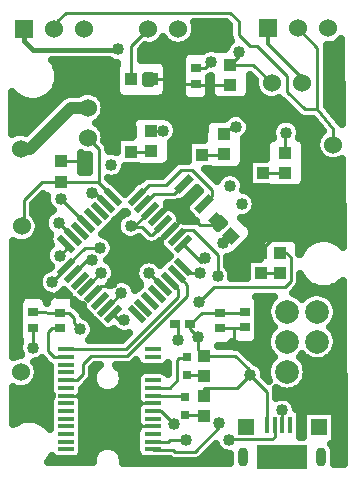
<source format=gbr>
G04 DipTrace 3.3.1.3*
G04 Top.gbr*
%MOIN*%
G04 #@! TF.FileFunction,Copper,L1,Top*
G04 #@! TF.Part,Single*
%AMOUTLINE0*
4,1,4,
-0.016703,-0.030623,
-0.030623,-0.016703,
0.016703,0.030623,
0.030623,0.016703,
-0.016703,-0.030623,
0*%
%AMOUTLINE3*
4,1,4,
-0.030623,0.016703,
-0.016703,0.030623,
0.030623,-0.016703,
0.016703,-0.030623,
-0.030623,0.016703,
0*%
%AMOUTLINE6*
4,1,4,
-0.017717,0.01378,
-0.017717,-0.01378,
0.017717,-0.01378,
0.017717,0.01378,
-0.017717,0.01378,
0*%
%AMOUTLINE7*
4,1,4,
-0.029231,0.001392,
0.001392,-0.029231,
0.029231,-0.001392,
-0.001392,0.029231,
-0.029231,0.001392,
0*%
%AMOUTLINE8*
4,1,4,
0.017717,-0.01378,
0.017717,0.01378,
-0.017717,0.01378,
-0.017717,-0.01378,
0.017717,-0.01378,
0*%
%AMOUTLINE11*
4,1,4,
0.019685,-0.021654,
0.019685,0.021654,
-0.019685,0.021654,
-0.019685,-0.021654,
0.019685,-0.021654,
0*%
%AMOUTLINE12*
4,1,4,
-0.019685,0.021654,
-0.019685,-0.021654,
0.019685,-0.021654,
0.019685,0.021654,
-0.019685,0.021654,
0*%
%AMOUTLINE13*
4,1,4,
0.021654,0.019685,
-0.021654,0.019685,
-0.021654,-0.019685,
0.021654,-0.019685,
0.021654,0.019685,
0*%
%AMOUTLINE14*
4,1,4,
-0.0275,-0.00685,
-0.0275,0.00685,
0.0275,0.00685,
0.0275,-0.00685,
-0.0275,-0.00685,
0*%
%AMOUTLINE17*
4,1,4,
0.033407,0.01392,
0.01392,0.033407,
-0.033407,-0.01392,
-0.01392,-0.033407,
0.033407,0.01392,
0*%
G04 #@! TA.AperFunction,Conductor*
%ADD10C,0.009843*%
%ADD14C,0.011*%
G04 #@! TA.AperFunction,ViaPad*
%ADD15C,0.04*%
G04 #@! TA.AperFunction,Conductor*
%ADD16C,0.015*%
%ADD17C,0.012*%
G04 #@! TA.AperFunction,CopperBalancing*
%ADD18C,0.025*%
G04 #@! TA.AperFunction,ComponentPad*
%ADD19R,0.06X0.06*%
%ADD20C,0.06*%
%ADD30C,0.07874*%
%ADD31R,0.03937X0.043307*%
%ADD33R,0.031496X0.031496*%
%ADD34R,0.035433X0.027559*%
G04 #@! TA.AperFunction,ComponentPad*
%ADD36O,0.035433X0.062992*%
%ADD37R,0.169291X0.07874*%
%ADD38R,0.055118X0.055118*%
%ADD39R,0.015748X0.05315*%
%ADD70OUTLINE0*%
%ADD73OUTLINE3*%
%ADD76OUTLINE6*%
%ADD77OUTLINE7*%
%ADD78OUTLINE8*%
%ADD81OUTLINE11*%
%ADD82OUTLINE12*%
%ADD83OUTLINE13*%
%ADD84OUTLINE14*%
%ADD87OUTLINE17*%
%FSLAX26Y26*%
G04*
G70*
G90*
G75*
G01*
G04 Top*
%LPD*%
X640651Y1065854D2*
D10*
X641894D1*
X691452Y1115411D1*
X704691Y1112682D1*
X1129833Y936987D2*
X1069415D1*
X1030910Y898482D1*
X1129833Y936987D2*
X1210554D1*
X1212776Y939209D1*
X1076382Y793920D2*
X1180881D1*
X1226561Y748241D1*
Y734268D1*
X1231464Y729365D1*
X1075863Y658944D2*
Y685045D1*
X1187144D1*
X1231464Y729365D1*
X507048Y886794D2*
Y820903D1*
X507035Y820890D1*
X896770Y1277428D2*
X841914Y1222574D1*
X869890D1*
X897085Y1195380D1*
X903805D1*
X941312Y1232886D1*
X832856Y1226338D2*
X841914Y1222574D1*
X1348561Y1470280D2*
Y1535717D1*
X1350764Y1537920D1*
X1049109Y1751818D2*
X1080499D1*
X1101957Y1773277D1*
X905586Y610052D2*
X932314D1*
X977624Y564742D1*
X1286440Y563447D2*
Y674389D1*
X1231464Y729365D1*
X1030910Y898482D2*
Y882298D1*
X1057829Y855380D1*
Y812474D1*
X1076382Y793920D1*
X600854Y1374422D2*
D14*
X721826D1*
X726326Y1369922D1*
X774277Y1321970D1*
X726326Y1369922D2*
D10*
Y1483113D1*
X689204Y1520235D1*
X600854Y1374422D2*
X538405D1*
X476128Y1312145D1*
Y1232073D1*
X469140Y1225085D1*
X1167941Y1194590D2*
X1164970D1*
X1141493Y1171112D1*
X734936Y1069873D2*
X733755D1*
X685193Y1021312D1*
X832562Y1473964D2*
X899779D1*
X901371Y1475556D1*
X919040Y1255158D2*
X923025D1*
X966897Y1299029D1*
X1014229D1*
X1047903Y1332704D1*
X1042909D1*
X963582Y1210616D2*
X1013018Y1260052D1*
Y1297818D1*
X1014229Y1299029D1*
X1013018Y1260052D2*
X1033386D1*
X1064279Y1229159D1*
X1107860D1*
X1120616Y1241915D1*
X707464Y999040D2*
Y999284D1*
X734940Y1026760D1*
X759352D1*
X768810Y1036218D1*
X963582Y1210616D2*
X962686D1*
X923182Y1171112D1*
Y1145754D1*
X915378Y1137951D1*
X1129833Y885806D2*
X1177882D1*
X1210554D1*
X1212776Y888028D1*
X1177882Y885806D2*
Y828574D1*
X1177705Y828397D1*
X905586Y558871D2*
X857436D1*
X814690D1*
X782224Y526405D1*
X905586Y635642D2*
X870145D1*
X860833Y626330D1*
Y562267D1*
X857436Y558871D1*
X905586Y763595D2*
X876187D1*
X860833Y748241D1*
Y725115D1*
Y626330D1*
X905586Y738004D2*
X873722D1*
X860833Y725115D1*
X617712Y661233D2*
X736062D1*
X778826Y618469D1*
Y529802D1*
X782224Y526405D1*
X902238Y1715398D2*
X966380D1*
X996968Y1684810D1*
X1049109Y1700637D2*
X1012794D1*
X996968Y1684810D1*
Y1676865D1*
Y1615469D1*
Y1602838D1*
X1069327Y1530478D1*
X996968Y1676865D2*
X1058624Y1615209D1*
X1174280D1*
X1265325Y1524165D1*
Y1469938D1*
X1272150D1*
X996968Y1615469D2*
X862335D1*
X829305Y1582439D1*
Y1544150D1*
X832562Y1540893D1*
X600854Y1441351D2*
X660665D1*
X682342Y1419672D1*
X1267187Y1135835D2*
Y1146717D1*
X1319179Y1198709D1*
X1375234D1*
X1380666Y1204141D1*
X1164420Y1696907D2*
X1052839D1*
X1049109Y1700637D1*
X617712Y789186D2*
X576624D1*
X556205Y809604D1*
Y867642D1*
X557817Y869254D1*
Y871672D1*
X571520Y885376D1*
X597078D1*
X598453Y886751D1*
X466641Y1483336D2*
D15*
X496973D1*
X633872Y1620235D1*
X689204D1*
X618381Y1166073D2*
D10*
Y1149256D1*
X596441Y1127317D1*
X640651Y1188344D2*
X592556Y1236440D1*
X874498Y1299700D2*
X875884D1*
X910289Y1334106D1*
X977497D1*
X1009502Y1366111D1*
X1076315Y1299297D2*
X1103409Y1326390D1*
Y1347759D1*
X1038060Y1413108D1*
X1000997D1*
X950279Y1362390D1*
X892646D1*
X852226Y1321970D1*
X990044Y847927D2*
Y888167D1*
X979729Y898482D1*
X1122222Y1060276D2*
Y1130411D1*
X1041184Y1211449D1*
X1008959D1*
X985854Y1188344D1*
X1272150Y1403008D2*
X1348218D1*
X1348561Y1403351D1*
X507048Y937976D2*
X598453Y937932D1*
X627460D1*
X644204Y921188D1*
Y901682D1*
X663662Y882224D1*
X894247Y1068376D2*
X941312Y1021312D1*
X617712Y814776D2*
X815495D1*
X991172Y990453D1*
Y1015993D1*
X963582Y1043582D1*
X618381Y1088125D2*
Y1092411D1*
X678729Y1152759D1*
X730060D1*
X618381Y1088125D2*
Y1086087D1*
X571569Y1039275D1*
X940961Y1544386D2*
X903272D1*
X901371Y1542485D1*
X1069327Y1463549D2*
X1142586D1*
X1143843Y1464806D1*
X752007Y954498D2*
X753210D1*
X801876Y1003163D1*
X1184077Y1557368D2*
X1169476D1*
X1143843Y1531735D1*
X1329208Y1136371D2*
X1351029D1*
X1366082Y1121318D1*
Y1041886D1*
X1345890Y1021695D1*
X1108970D1*
X1060445Y973170D1*
X810545Y913193D2*
X793312D1*
X774279Y932228D1*
X1267187Y1068906D2*
X1328672D1*
X1329208Y1069441D1*
X617712Y712414D2*
X653569D1*
X673592Y732438D1*
Y766575D1*
X699867Y792850D1*
X819997D1*
X1021731Y994585D1*
Y1029976D1*
X985854Y1065854D1*
X1079697Y1120798D2*
X1066548Y1107650D1*
X1008124Y1166073D1*
X477976Y1881722D2*
D16*
Y1843359D1*
X507641Y1813693D1*
X787340D1*
X789701Y1816054D1*
X1164420Y1763836D2*
D10*
X1241095D1*
X1302691Y1702241D1*
X752007Y1299700D2*
X751721D1*
X721843Y1329578D1*
X709752D1*
X702187Y1337144D1*
X1193529Y1805510D2*
Y1792945D1*
X1164420Y1763836D1*
X1312031Y563447D2*
Y522125D1*
X1304738Y514833D1*
X1160377D1*
X1159645Y514100D1*
X1018216D2*
X963256D1*
X955928Y506772D1*
X906503D1*
X905586Y507690D1*
X1337621Y563447D2*
Y611970D1*
X1128228Y568003D2*
Y555545D1*
X1046888Y474205D1*
X980935D1*
X974340Y480800D1*
X906885D1*
X905586Y482099D1*
Y686823D2*
X962166D1*
X987632Y712289D1*
Y780540D1*
X994250Y787158D1*
X1018032D1*
X1019662Y788788D1*
X905586Y661233D2*
X1009777D1*
X1014566Y656444D1*
X1019662Y729733D2*
X1073641D1*
X1076382Y726991D1*
X1014566Y597389D2*
X1070489D1*
X1075863Y592015D1*
X1064375Y1068170D2*
X1028079D1*
X1008124Y1088125D1*
X1289764Y1884823D2*
D17*
Y1832330D1*
X1419854Y1702241D1*
X1402691D1*
X685193Y1232886D2*
D10*
X684002D1*
X599254Y1317634D1*
X835309Y1715398D2*
Y1827289D1*
X891452Y1883432D1*
X1507031Y1497793D2*
D14*
Y1551121D1*
X1455207Y1615027D1*
Y1819381D1*
X1389764Y1884823D1*
X1455207Y1615027D2*
X1413474D1*
X1354587Y1673914D1*
Y1725250D1*
X1255016Y1824821D1*
X1230233D1*
X1193648Y1861406D1*
Y1908217D1*
X1164779Y1937086D1*
X615830D1*
X588384Y1909640D1*
Y1892130D1*
X577976Y1881722D1*
D15*
X1141493Y1171112D3*
X734936Y1069873D3*
X596441Y1127317D3*
X592556Y1236440D3*
X990044Y847927D3*
X1122222Y1060276D3*
X990044Y847927D3*
X663662Y882224D3*
X894247Y1068376D3*
X730060Y1152759D3*
X571569Y1039275D3*
X940961Y1544386D3*
X801876Y1003163D3*
X1202535Y1299792D3*
X1184077Y1557368D3*
X1060445Y973170D3*
X810545Y913193D3*
X768504Y1430125D3*
X1079697Y1120798D3*
X789701Y1816054D3*
X702187Y1337144D3*
X1193529Y1805510D3*
X1159645Y514100D3*
X1018216D3*
X1337621Y611970D3*
X1128228Y568003D3*
X1064375Y1068170D3*
X599254Y1317634D3*
X768810Y1036218D3*
X915378Y1137951D3*
X1177705Y828397D3*
X1231464Y729365D3*
X782224Y526405D3*
X507035Y820890D3*
X832856Y1226338D3*
X704691Y1112682D3*
X996968Y1684810D3*
X682342Y1419672D3*
X1350764Y1537920D3*
X1101957Y1773277D3*
X1380666Y1204141D3*
X1164016Y1360335D3*
X977624Y564742D3*
X1057829Y855380D3*
X1050450Y1883170D2*
D18*
X1159167D1*
X1044529Y1858301D2*
X1159311D1*
X920227Y1833432D2*
X962665D1*
X1020236D2*
X1153856D1*
X1515725D2*
X1531789D1*
X869235Y1808564D2*
X1017138D1*
X1489709D2*
X1531968D1*
X869235Y1783695D2*
X1001097D1*
X1489709D2*
X1532147D1*
X586898Y1758826D2*
X782204D1*
X955321D2*
X1001097D1*
X1489709D2*
X1532327D1*
X593429Y1733957D2*
X781809D1*
X955752D2*
X1001097D1*
X1489709D2*
X1532506D1*
X592460Y1709088D2*
X781809D1*
X955752D2*
X1001097D1*
X1489709D2*
X1532686D1*
X583669Y1684220D2*
X781809D1*
X955752D2*
X1001097D1*
X1232096D2*
X1246653D1*
X1489709D2*
X1532865D1*
X563430Y1659351D2*
X606264D1*
X732445D2*
X788268D1*
X949293D2*
X1002640D1*
X1228687D2*
X1263411D1*
X1489709D2*
X1533045D1*
X440455Y1634482D2*
X579889D1*
X746368D2*
X1346267D1*
X1489709D2*
X1533224D1*
X440527Y1609613D2*
X555021D1*
X747193D2*
X1371135D1*
X1503273D2*
X1533403D1*
X440598Y1584745D2*
X530117D1*
X735638D2*
X840480D1*
X966553D2*
X1143988D1*
X1224166D2*
X1400668D1*
X440670Y1559876D2*
X505250D1*
X731942D2*
X833698D1*
X987294D2*
X1076382D1*
X1232993D2*
X1307297D1*
X1394257D2*
X1456252D1*
X746224Y1535007D2*
X833698D1*
X988981D2*
X1076167D1*
X1227323D2*
X1301879D1*
X1399675D2*
X1462030D1*
X747301Y1510138D2*
X783890D1*
X974914D2*
X1020654D1*
X1211534D2*
X1285767D1*
X1411373D2*
X1449399D1*
X760147Y1485270D2*
X783890D1*
X969065D2*
X1020654D1*
X1211534D2*
X1280886D1*
X1416254D2*
X1449434D1*
X668535Y1460401D2*
X692422D1*
X969065D2*
X1020654D1*
X1211534D2*
X1280886D1*
X1416254D2*
X1462173D1*
X668535Y1435532D2*
X692422D1*
X1416254D2*
X1534695D1*
X668535Y1410663D2*
X692422D1*
X813220D2*
X951613D1*
X1087411D2*
X1223472D1*
X1416254D2*
X1534875D1*
X785015Y1385794D2*
X869187D1*
X1205398D2*
X1223472D1*
X1416254D2*
X1535054D1*
X789213Y1360926D2*
X837286D1*
X1409292D2*
X1535233D1*
X1038896Y1336057D2*
X1053632D1*
X1234105D2*
X1535413D1*
X522091Y1311188D2*
X550715D1*
X1013525D2*
X1028764D1*
X1250110D2*
X1535592D1*
X510034Y1286319D2*
X562377D1*
X973981D2*
X1013944D1*
X1249536D2*
X1535772D1*
X514879Y1261451D2*
X550858D1*
X998131D2*
X1026862D1*
X1231342D2*
X1535951D1*
X526936Y1236582D2*
X543574D1*
X1120568D2*
X1139359D1*
X1220649D2*
X1536166D1*
X526541Y1211713D2*
X550679D1*
X751320D2*
X786223D1*
X1240672D2*
X1536346D1*
X513228Y1186844D2*
X559076D1*
X764166D2*
X805816D1*
X1234787D2*
X1282681D1*
X1375740D2*
X1536525D1*
X441819Y1161976D2*
X562951D1*
X778125D2*
X928073D1*
X1209991D2*
X1261545D1*
X1396876D2*
X1413658D1*
X441890Y1137107D2*
X548490D1*
X776331D2*
X949998D1*
X1185124D2*
X1261509D1*
X441962Y1112238D2*
X549961D1*
X756595D2*
X876328D1*
X912153D2*
X944939D1*
X1156129D2*
X1218520D1*
X442034Y1087369D2*
X564100D1*
X780493D2*
X849307D1*
X1162517D2*
X1218520D1*
X442141Y1062501D2*
X528790D1*
X783328D2*
X845647D1*
X1171165D2*
X1218520D1*
X442213Y1037632D2*
X522618D1*
X835576D2*
X856879D1*
X1399711D2*
X1415129D1*
X442285Y1012763D2*
X530871D1*
X1383886D2*
X1537781D1*
X442357Y987894D2*
X465669D1*
X1255170D2*
X1305575D1*
X1500438D2*
X1537961D1*
X442429Y963025D2*
X459031D1*
X648870D2*
X670281D1*
X1260767D2*
X1289247D1*
X1517303D2*
X1538140D1*
X442500Y938157D2*
X459031D1*
X1260767D2*
X1285192D1*
X1521645D2*
X1538320D1*
X442572Y913288D2*
X459031D1*
X1260767D2*
X1290934D1*
X1516227D2*
X1538535D1*
X442644Y888419D2*
X459031D1*
X712242D2*
X730782D1*
X1260767D2*
X1304678D1*
X1501981D2*
X1538714D1*
X442716Y863550D2*
X459031D1*
X708725D2*
X817334D1*
X1260767D2*
X1288458D1*
X1518236D2*
X1538894D1*
X442787Y838682D2*
X461579D1*
X1254667D2*
X1284475D1*
X1522256D2*
X1539073D1*
X442859Y813813D2*
X458600D1*
X1207910D2*
X1290252D1*
X1516478D2*
X1539253D1*
X1232778Y788944D2*
X1306544D1*
X1496957D2*
X1539432D1*
X519436Y764075D2*
X555236D1*
X835109D2*
X856412D1*
X1264894D2*
X1289499D1*
X1417258D2*
X1539611D1*
X525500Y739207D2*
X561229D1*
X804356D2*
X858135D1*
X1421708D2*
X1539791D1*
X520010Y714338D2*
X561229D1*
X808376D2*
X849092D1*
X1416433D2*
X1539970D1*
X496793Y689469D2*
X561229D1*
X677506D2*
X713055D1*
X798938D2*
X849092D1*
X1397845D2*
X1540150D1*
X443290Y664600D2*
X566145D1*
X669288D2*
X849092D1*
X1320335D2*
X1540329D1*
X443362Y639731D2*
X561229D1*
X674205D2*
X853506D1*
X1377427D2*
X1540508D1*
X443433Y614863D2*
X561229D1*
X674205D2*
X849092D1*
X1400070D2*
X1540688D1*
X443505Y589994D2*
X561229D1*
X674205D2*
X849092D1*
X1516693D2*
X1540903D1*
X674205Y565125D2*
X852214D1*
X1516693D2*
X1541083D1*
X674205Y540256D2*
X849092D1*
X1516693D2*
X1541262D1*
X674205Y515388D2*
X849092D1*
X1516693D2*
X1541441D1*
X674169Y490519D2*
X736272D1*
X775721D2*
X849128D1*
X1509194D2*
X1541621D1*
X672410Y465650D2*
X708569D1*
X803423D2*
X850886D1*
X1085258D2*
X1160818D1*
X1513966D2*
X1541800D1*
X560236Y440781D2*
X703438D1*
X808519D2*
X1160890D1*
X1513930D2*
X1541980D1*
X438259Y1532137D2*
X445023Y1535526D1*
X453454Y1538265D1*
X462209Y1539652D1*
X471073D1*
X479828Y1538265D1*
X484731Y1536827D1*
X603679Y1655586D1*
X609581Y1659874D1*
X616081Y1663186D1*
X623019Y1665441D1*
X630224Y1666582D1*
X657089Y1666725D1*
X663558Y1670568D1*
X671748Y1673960D1*
X680367Y1676029D1*
X689204Y1676725D1*
X698041Y1676029D1*
X706660Y1673960D1*
X714850Y1670568D1*
X722408Y1665936D1*
X729148Y1660180D1*
X734905Y1653439D1*
X739536Y1645881D1*
X742929Y1637692D1*
X744998Y1629072D1*
X745693Y1620235D1*
X744998Y1611399D1*
X742929Y1602779D1*
X739536Y1594590D1*
X734905Y1587032D1*
X729148Y1580291D1*
X722408Y1574534D1*
X715469Y1570250D1*
X722408Y1565936D1*
X729148Y1560180D1*
X734905Y1553439D1*
X739536Y1545881D1*
X742929Y1537692D1*
X744998Y1529072D1*
X745693Y1520235D1*
X744998Y1511399D1*
X744575Y1509274D1*
X750211Y1503513D1*
X753108Y1499526D1*
X755346Y1495134D1*
X756869Y1490446D1*
X757640Y1485578D1*
X757737Y1483104D1*
X761232Y1476042D1*
X768504Y1476615D1*
X775777Y1476042D1*
X782871Y1474339D1*
X786386Y1473034D1*
X786388Y1522107D1*
X836159D1*
X836262Y1569091D1*
X836912Y1573196D1*
X838197Y1577149D1*
X840084Y1580853D1*
X842527Y1584216D1*
X845466Y1587155D1*
X848829Y1589598D1*
X852533Y1591486D1*
X856486Y1592770D1*
X860591Y1593420D1*
X940071Y1593502D1*
X944215Y1593176D1*
X948257Y1592205D1*
X952097Y1590615D1*
X962067Y1585809D1*
X968287Y1581997D1*
X973834Y1577259D1*
X978572Y1571712D1*
X982384Y1565492D1*
X985175Y1558752D1*
X986878Y1551659D1*
X987451Y1544386D1*
X986878Y1537114D1*
X985175Y1530020D1*
X982384Y1523281D1*
X978572Y1517061D1*
X973834Y1511513D1*
X968287Y1506776D1*
X966568Y1505627D1*
X966479Y1448950D1*
X965829Y1444844D1*
X964545Y1440891D1*
X962657Y1437187D1*
X960214Y1433824D1*
X957275Y1430885D1*
X953912Y1428442D1*
X950209Y1426555D1*
X946255Y1425270D1*
X942150Y1424620D1*
X862670Y1424539D1*
X858526Y1424865D1*
X851178Y1425821D1*
X814827D1*
X813709Y1419272D1*
X811455Y1412334D1*
X808143Y1405834D1*
X803855Y1399933D1*
X798697Y1394774D1*
X792795Y1390486D1*
X786295Y1387174D1*
X779357Y1384920D1*
X772152Y1383779D1*
X764857D1*
X757750Y1384901D1*
X762978Y1378510D1*
X767711Y1377067D1*
X771415Y1375180D1*
X774778Y1372737D1*
X813275Y1334355D1*
X851726Y1372736D1*
X855089Y1375180D1*
X858793Y1377067D1*
X862754Y1378353D1*
X870435Y1384601D1*
X874183Y1387802D1*
X878386Y1390378D1*
X882940Y1392264D1*
X887732Y1393414D1*
X892656Y1393801D1*
X937250D1*
X980597Y1436993D1*
X984584Y1439890D1*
X988976Y1442128D1*
X993664Y1443651D1*
X998532Y1444422D1*
X1023137Y1444519D1*
X1023153Y1511692D1*
X1078666D1*
X1078734Y1558341D1*
X1079385Y1562447D1*
X1080669Y1566400D1*
X1082556Y1570104D1*
X1084999Y1573467D1*
X1087939Y1576406D1*
X1091301Y1578849D1*
X1095005Y1580736D1*
X1098958Y1582021D1*
X1103064Y1582671D1*
X1145153Y1582753D1*
X1148726Y1587560D1*
X1153884Y1592719D1*
X1159786Y1597007D1*
X1166286Y1600319D1*
X1173224Y1602573D1*
X1180429Y1603714D1*
X1187724D1*
X1194929Y1602573D1*
X1201867Y1600319D1*
X1208367Y1597007D1*
X1214269Y1592719D1*
X1219428Y1587560D1*
X1223715Y1581659D1*
X1227027Y1575159D1*
X1229282Y1568221D1*
X1230423Y1561016D1*
Y1553720D1*
X1229282Y1546515D1*
X1227027Y1539577D1*
X1223715Y1533077D1*
X1219428Y1527175D1*
X1214269Y1522017D1*
X1209043Y1518181D1*
X1208952Y1438200D1*
X1208302Y1434095D1*
X1207017Y1430142D1*
X1205130Y1426438D1*
X1202687Y1423075D1*
X1199747Y1420136D1*
X1196385Y1417693D1*
X1192681Y1415806D1*
X1188728Y1414521D1*
X1184622Y1413871D1*
X1105142Y1413789D1*
X1100998Y1414115D1*
X1096949Y1415088D1*
X1080156Y1415406D1*
X1120077Y1375513D1*
X1122594Y1381441D1*
X1126405Y1387661D1*
X1131143Y1393208D1*
X1136690Y1397946D1*
X1142910Y1401758D1*
X1149650Y1404549D1*
X1156744Y1406252D1*
X1164016Y1406825D1*
X1171289Y1406252D1*
X1178382Y1404549D1*
X1185122Y1401758D1*
X1191342Y1397946D1*
X1196889Y1393208D1*
X1201627Y1387661D1*
X1205439Y1381441D1*
X1208230Y1374701D1*
X1209933Y1367608D1*
X1210506Y1360335D1*
X1209933Y1353063D1*
X1208216Y1345929D1*
X1213387Y1344997D1*
X1220325Y1342743D1*
X1226825Y1339431D1*
X1232727Y1335143D1*
X1237886Y1329984D1*
X1242173Y1324083D1*
X1245485Y1317583D1*
X1247740Y1310645D1*
X1248881Y1303439D1*
Y1296144D1*
X1247740Y1288939D1*
X1245485Y1282001D1*
X1242173Y1275501D1*
X1237886Y1269599D1*
X1232727Y1264441D1*
X1226825Y1260153D1*
X1220325Y1256841D1*
X1213387Y1254587D1*
X1206182Y1253446D1*
X1201381Y1253348D1*
X1232794Y1221809D1*
X1235237Y1218446D1*
X1237124Y1214743D1*
X1238409Y1210789D1*
X1239059Y1206684D1*
Y1202527D1*
X1238409Y1198422D1*
X1237124Y1194468D1*
X1235237Y1190765D1*
X1232794Y1187402D1*
X1176657Y1131149D1*
X1173496Y1128450D1*
X1169952Y1126278D1*
X1166112Y1124687D1*
X1162070Y1123717D1*
X1157926Y1123391D1*
X1153774Y1123719D1*
X1153633Y1094563D1*
X1157573Y1090469D1*
X1161861Y1084567D1*
X1165173Y1078067D1*
X1167427Y1071129D1*
X1168568Y1063924D1*
Y1056629D1*
X1168151Y1053103D1*
X1221037Y1053106D1*
X1221012Y1117049D1*
X1264038D1*
X1264099Y1162977D1*
X1264749Y1167082D1*
X1266034Y1171035D1*
X1267921Y1174739D1*
X1270364Y1178102D1*
X1273303Y1181041D1*
X1276666Y1183484D1*
X1280370Y1185371D1*
X1284323Y1186656D1*
X1288429Y1187306D1*
X1367909Y1187388D1*
X1372053Y1187062D1*
X1376094Y1186091D1*
X1379935Y1184501D1*
X1383479Y1182329D1*
X1386640Y1179629D1*
X1389339Y1176468D1*
X1391511Y1172924D1*
X1393102Y1169084D1*
X1394072Y1165042D1*
X1394398Y1160890D1*
Y1134882D1*
X1395105Y1133329D1*
X1396608Y1133225D1*
X1399420Y1139325D1*
X1402702Y1145186D1*
X1406434Y1150771D1*
X1410592Y1156046D1*
X1415152Y1160978D1*
X1420084Y1165537D1*
X1425359Y1169696D1*
X1430944Y1173427D1*
X1436805Y1176710D1*
X1442904Y1179522D1*
X1449206Y1181846D1*
X1455671Y1183670D1*
X1462259Y1184980D1*
X1468929Y1185770D1*
X1475641Y1186033D1*
X1482353Y1185770D1*
X1489023Y1184980D1*
X1495611Y1183670D1*
X1502076Y1181846D1*
X1508377Y1179522D1*
X1514477Y1176710D1*
X1520338Y1173427D1*
X1525923Y1169696D1*
X1531198Y1165537D1*
X1539211Y1157645D1*
X1537087Y1449954D1*
X1528648Y1445604D1*
X1520218Y1442864D1*
X1511463Y1441478D1*
X1502599D1*
X1493843Y1442864D1*
X1485413Y1445604D1*
X1477515Y1449628D1*
X1470344Y1454838D1*
X1464076Y1461106D1*
X1458865Y1468277D1*
X1454841Y1476176D1*
X1452102Y1484606D1*
X1450715Y1493361D1*
Y1502225D1*
X1452102Y1510980D1*
X1454841Y1519411D1*
X1458865Y1527309D1*
X1464076Y1534480D1*
X1470344Y1540748D1*
X1472725Y1542625D1*
X1439941Y1583064D1*
X1410964Y1583136D1*
X1406006Y1583921D1*
X1401232Y1585472D1*
X1396760Y1587751D1*
X1392699Y1590702D1*
X1345384Y1637877D1*
X1331960Y1651301D1*
X1328337Y1651908D1*
X1320147Y1648516D1*
X1311528Y1646447D1*
X1302691Y1645751D1*
X1293854Y1646447D1*
X1285235Y1648516D1*
X1277045Y1651908D1*
X1269487Y1656540D1*
X1262747Y1662297D1*
X1256990Y1669037D1*
X1252358Y1676595D1*
X1248966Y1684784D1*
X1246897Y1693404D1*
X1246201Y1702241D1*
X1246897Y1711078D1*
X1247319Y1713202D1*
X1229605Y1730905D1*
X1229529Y1670301D1*
X1228879Y1666196D1*
X1227594Y1662243D1*
X1225707Y1658539D1*
X1223264Y1655176D1*
X1220325Y1652237D1*
X1216962Y1649794D1*
X1213258Y1647907D1*
X1209305Y1646622D1*
X1205200Y1645972D1*
X1125720Y1645890D1*
X1121576Y1646216D1*
X1117534Y1647187D1*
X1113694Y1648777D1*
X1110149Y1650949D1*
X1106989Y1653649D1*
X1104289Y1656810D1*
X1102117Y1660354D1*
X1100527Y1664194D1*
X1099556Y1668236D1*
X1099230Y1672380D1*
Y1726601D1*
X1094752Y1723827D1*
X1094615Y1683170D1*
X1094533Y1666157D1*
X1093883Y1662052D1*
X1092598Y1658098D1*
X1090711Y1654395D1*
X1088268Y1651032D1*
X1085329Y1648093D1*
X1081966Y1645649D1*
X1078262Y1643762D1*
X1074309Y1642478D1*
X1070204Y1641828D1*
X1030094Y1641746D1*
X1025950Y1642072D1*
X1021908Y1643042D1*
X1018068Y1644633D1*
X1014524Y1646805D1*
X1011363Y1649504D1*
X1008663Y1652665D1*
X1006491Y1656209D1*
X1004901Y1660050D1*
X1003930Y1664092D1*
X1003604Y1668244D1*
X1003686Y1786298D1*
X1004336Y1790404D1*
X1005621Y1794357D1*
X1007508Y1798060D1*
X1009951Y1801423D1*
X1012890Y1804363D1*
X1016253Y1806806D1*
X1019957Y1808693D1*
X1023910Y1809977D1*
X1028015Y1810628D1*
X1068125Y1810709D1*
X1072277Y1810382D1*
X1074631Y1810888D1*
X1080851Y1814700D1*
X1087591Y1817492D1*
X1094685Y1819195D1*
X1101957Y1819767D1*
X1109230Y1819195D1*
X1116323Y1817492D1*
X1123024Y1814718D1*
X1148004Y1814854D1*
X1149315Y1819876D1*
X1152107Y1826616D1*
X1155919Y1832836D1*
X1160656Y1838383D1*
X1166204Y1843121D1*
X1167022Y1843667D1*
X1164093Y1849164D1*
X1162542Y1853938D1*
X1161756Y1858896D1*
X1161658Y1894958D1*
X1151515Y1905110D1*
X1043641Y1905050D1*
X1046381Y1896619D1*
X1047767Y1887864D1*
Y1879000D1*
X1046381Y1870245D1*
X1043641Y1861815D1*
X1039617Y1853917D1*
X1034407Y1846745D1*
X1028139Y1840477D1*
X1020968Y1835267D1*
X1013070Y1831243D1*
X1004639Y1828504D1*
X995884Y1827117D1*
X987020D1*
X978265Y1828504D1*
X969834Y1831243D1*
X961936Y1835267D1*
X954765Y1840477D1*
X948497Y1846745D1*
X943287Y1853917D1*
X941467Y1857167D1*
X937153Y1850229D1*
X931396Y1843488D1*
X924656Y1837731D1*
X917098Y1833100D1*
X908908Y1829708D1*
X900289Y1827638D1*
X891452Y1826943D1*
X882615Y1827638D1*
X880491Y1828061D1*
X866696Y1814254D1*
X866720Y1780604D1*
X928844Y1780507D1*
X932950Y1779857D1*
X936903Y1778572D1*
X940606Y1776685D1*
X943969Y1774242D1*
X946909Y1771303D1*
X949352Y1767940D1*
X951239Y1764236D1*
X952523Y1760283D1*
X953174Y1756177D1*
X953255Y1676697D1*
X952929Y1672553D1*
X951959Y1668512D1*
X950368Y1664671D1*
X948196Y1661127D1*
X945497Y1657966D1*
X942336Y1655267D1*
X938792Y1653095D1*
X934951Y1651504D1*
X930910Y1650534D1*
X926757Y1650208D1*
X808703Y1650290D1*
X804598Y1650940D1*
X800644Y1652224D1*
X796941Y1654111D1*
X793578Y1656555D1*
X790639Y1659494D1*
X788195Y1662857D1*
X786308Y1666560D1*
X785024Y1670514D1*
X784374Y1674619D1*
X784292Y1754099D1*
X784618Y1758243D1*
X785588Y1762285D1*
X787179Y1766125D1*
X788200Y1767947D1*
X786054Y1769708D1*
X778849Y1770849D1*
X771911Y1773104D1*
X765411Y1776416D1*
X760774Y1779706D1*
X571497Y1779704D1*
X575091Y1775110D1*
X578823Y1769526D1*
X582105Y1763665D1*
X584917Y1757565D1*
X587241Y1751263D1*
X589065Y1744799D1*
X590375Y1738211D1*
X591165Y1731540D1*
X591428Y1724829D1*
X591165Y1718117D1*
X590375Y1711446D1*
X589065Y1704859D1*
X587241Y1698394D1*
X584917Y1692092D1*
X582105Y1685992D1*
X578823Y1680132D1*
X575091Y1674547D1*
X570932Y1669272D1*
X566373Y1664339D1*
X561441Y1659780D1*
X556166Y1655622D1*
X550581Y1651890D1*
X544720Y1648608D1*
X538620Y1645796D1*
X532318Y1643471D1*
X525854Y1641648D1*
X519266Y1640337D1*
X512595Y1639548D1*
X505884Y1639284D1*
X499172Y1639548D1*
X492502Y1640337D1*
X485914Y1641648D1*
X479449Y1643471D1*
X473147Y1645796D1*
X467047Y1648608D1*
X461187Y1651890D1*
X455602Y1655622D1*
X450327Y1659780D1*
X445395Y1664339D1*
X437830Y1673084D1*
X438250Y1532168D1*
X522820Y734210D2*
X521433Y725455D1*
X518694Y717025D1*
X514670Y709127D1*
X509459Y701955D1*
X503191Y695687D1*
X496020Y690477D1*
X488122Y686453D1*
X479692Y683714D1*
X470937Y682327D1*
X462072D1*
X453317Y683714D1*
X444887Y686453D1*
X440723Y688386D1*
X441080Y565165D1*
X449783Y571303D1*
X455643Y574585D1*
X461743Y577397D1*
X468045Y579722D1*
X474510Y581545D1*
X481097Y582855D1*
X487768Y583645D1*
X494480Y583909D1*
X501191Y583645D1*
X507862Y582855D1*
X514450Y581545D1*
X520914Y579722D1*
X527216Y577397D1*
X533316Y574585D1*
X539176Y571303D1*
X544761Y567571D1*
X550036Y563413D1*
X554969Y558853D1*
X559528Y553921D1*
X563993Y548188D1*
X563722Y554760D1*
X563804Y567799D1*
X564048Y573467D1*
X563722Y580351D1*
X563804Y593390D1*
X564048Y599057D1*
X563722Y605941D1*
X563804Y618980D1*
X564048Y624648D1*
X563722Y631532D1*
X563804Y644571D1*
X564454Y648677D1*
X565739Y652630D1*
X567626Y656333D1*
X570069Y659696D1*
X571481Y661242D1*
X568781Y664403D1*
X566609Y667947D1*
X565019Y671787D1*
X564048Y675829D1*
X563722Y682713D1*
X563804Y695752D1*
X564048Y701420D1*
X563722Y708304D1*
X563804Y721343D1*
X564048Y727010D1*
X563722Y733894D1*
X563804Y746933D1*
X564048Y752601D1*
X563722Y759485D1*
Y760544D1*
X558161Y763774D1*
X554413Y766975D1*
X536474Y784914D1*
X531325Y781251D1*
X524825Y777940D1*
X517887Y775685D1*
X510126Y774522D1*
X514670Y768158D1*
X518694Y760260D1*
X521433Y751829D1*
X522820Y743074D1*
Y734210D1*
X440420Y788729D2*
X444887Y790832D1*
X453317Y793571D1*
X462072Y794958D1*
X468392Y795058D1*
X465612Y799784D1*
X462821Y806524D1*
X461118Y813618D1*
X460545Y820890D1*
X461118Y828163D1*
X462821Y835256D1*
X465164Y841025D1*
X462839Y846207D1*
X461869Y850249D1*
X461542Y854393D1*
X461624Y972456D1*
X462274Y976561D1*
X463559Y980514D1*
X465446Y984218D1*
X467889Y987581D1*
X470828Y990520D1*
X474191Y992963D1*
X477895Y994850D1*
X481848Y996135D1*
X485954Y996785D1*
X526064Y996867D1*
X530207Y996541D1*
X534249Y995570D1*
X538090Y993980D1*
X541634Y991808D1*
X544795Y989108D1*
X547494Y985947D1*
X549666Y982403D1*
X551257Y978563D1*
X552227Y974521D1*
X552553Y970369D1*
X552948Y970334D1*
X553274Y974478D1*
X554244Y978520D1*
X555835Y982360D1*
X558007Y985904D1*
X560707Y989065D1*
X563867Y991764D1*
X565604Y992924D1*
X557203Y995061D1*
X550463Y997852D1*
X544243Y1001664D1*
X538696Y1006402D1*
X533958Y1011949D1*
X530146Y1018169D1*
X527355Y1024909D1*
X525652Y1032002D1*
X525079Y1039275D1*
X525652Y1046547D1*
X527355Y1053641D1*
X530146Y1060381D1*
X533958Y1066601D1*
X538696Y1072148D1*
X544243Y1076886D1*
X550463Y1080697D1*
X557203Y1083489D1*
X564296Y1085192D1*
X565188Y1085298D1*
X567619Y1088631D1*
X566249Y1091966D1*
X561091Y1097124D1*
X556803Y1103026D1*
X553491Y1109526D1*
X551236Y1116464D1*
X550095Y1123669D1*
Y1130964D1*
X551236Y1138170D1*
X553491Y1145108D1*
X556803Y1151607D1*
X561091Y1157509D1*
X566249Y1162668D1*
X568567Y1164495D1*
X565170Y1168935D1*
X563283Y1172639D1*
X561999Y1176592D1*
X561349Y1180698D1*
Y1184854D1*
X561999Y1188960D1*
X563283Y1192913D1*
X565175Y1196624D1*
X565230Y1198829D1*
X559683Y1203567D1*
X554945Y1209114D1*
X551133Y1215334D1*
X548341Y1222074D1*
X546639Y1229168D1*
X546066Y1236440D1*
X546639Y1243713D1*
X548341Y1250806D1*
X551133Y1257546D1*
X554945Y1263766D1*
X559683Y1269313D1*
X565230Y1274051D1*
X571450Y1277863D1*
X573612Y1278860D1*
X569061Y1282283D1*
X563903Y1287442D1*
X559615Y1293344D1*
X556303Y1299844D1*
X554049Y1306782D1*
X552908Y1313987D1*
Y1321282D1*
X553339Y1324921D1*
X548312Y1327308D1*
X544949Y1329751D1*
X542005Y1332697D1*
X541128Y1332724D1*
X507559Y1299154D1*
X507539Y1266536D1*
X512095Y1261772D1*
X517305Y1254600D1*
X521329Y1246702D1*
X524068Y1238272D1*
X525455Y1229517D1*
Y1220652D1*
X524068Y1211897D1*
X521329Y1203467D1*
X517305Y1195569D1*
X512095Y1188398D1*
X505827Y1182130D1*
X498655Y1176919D1*
X490757Y1172895D1*
X482327Y1170156D1*
X473572Y1168769D1*
X464708D1*
X455952Y1170156D1*
X447522Y1172895D1*
X439293Y1177141D1*
X440426Y788722D1*
X962312Y1127096D2*
X956070Y1133799D1*
X950412Y1138996D1*
X935086Y1154437D1*
X932643Y1157800D1*
X930756Y1161504D1*
X929471Y1165457D1*
X928821Y1169563D1*
Y1173719D1*
X929067Y1175793D1*
X922268Y1169968D1*
X918065Y1167392D1*
X913511Y1165506D1*
X908719Y1164356D1*
X902461Y1163969D1*
X894620Y1164066D1*
X889752Y1164837D1*
X885064Y1166360D1*
X880672Y1168598D1*
X876685Y1171495D1*
X859675Y1188368D1*
X853962Y1184915D1*
X847222Y1182124D1*
X840129Y1180421D1*
X832856Y1179848D1*
X825584Y1180421D1*
X818490Y1182124D1*
X811750Y1184915D1*
X805530Y1188727D1*
X799983Y1193465D1*
X795245Y1199012D1*
X791434Y1205232D1*
X788642Y1211972D1*
X786939Y1219065D1*
X786367Y1226338D1*
X786939Y1233610D1*
X788642Y1240704D1*
X791434Y1247444D1*
X795245Y1253664D1*
X799983Y1259211D1*
X805530Y1263949D1*
X811750Y1267760D1*
X818943Y1270680D1*
X816786Y1272622D1*
X810640Y1273545D1*
X806544Y1269912D1*
X801361Y1264266D1*
X785914Y1248934D1*
X781789Y1245155D1*
X779090Y1241994D1*
X763642Y1226662D1*
X759518Y1222884D1*
X756818Y1219724D1*
X741371Y1204392D1*
X737247Y1200613D1*
X735954Y1198973D1*
X744426Y1196973D1*
X751165Y1194182D1*
X757385Y1190370D1*
X762933Y1185632D1*
X767670Y1180085D1*
X771482Y1173865D1*
X774274Y1167125D1*
X775977Y1160032D1*
X776549Y1152759D1*
X775977Y1145486D1*
X774274Y1138393D1*
X771482Y1131653D1*
X767670Y1125433D1*
X762933Y1119886D1*
X757385Y1115148D1*
X753343Y1112556D1*
X759227Y1109512D1*
X765129Y1105224D1*
X770287Y1100066D1*
X774575Y1094164D1*
X777887Y1087664D1*
X780141Y1080726D1*
X781282Y1073521D1*
Y1066226D1*
X780141Y1059020D1*
X777887Y1052082D1*
X774575Y1045583D1*
X770287Y1039681D1*
X765129Y1034522D1*
X759523Y1030432D1*
X762015Y1028818D1*
X764265Y1030489D1*
X769003Y1036036D1*
X774550Y1040774D1*
X780770Y1044586D1*
X787510Y1047377D1*
X794603Y1049080D1*
X801876Y1049653D1*
X809148Y1049080D1*
X816242Y1047377D1*
X822982Y1044586D1*
X829202Y1040774D1*
X834749Y1036036D1*
X839487Y1030489D1*
X843298Y1024269D1*
X846090Y1017529D1*
X847434Y1012240D1*
X862861Y1027536D1*
X864501Y1028828D1*
X864055Y1033025D1*
X858896Y1038183D1*
X854608Y1044085D1*
X851297Y1050585D1*
X849042Y1057523D1*
X847901Y1064728D1*
Y1072023D1*
X849042Y1079229D1*
X851297Y1086167D1*
X854608Y1092667D1*
X858896Y1098568D1*
X864055Y1103727D1*
X869957Y1108015D1*
X876456Y1111327D1*
X883394Y1113581D1*
X890600Y1114722D1*
X897895D1*
X905100Y1113581D1*
X912038Y1111327D1*
X918538Y1108015D1*
X924440Y1103727D1*
X929598Y1098568D1*
X931690Y1095914D1*
X936723Y1101513D1*
X951945Y1116620D1*
X956070Y1120399D1*
X958995Y1123784D1*
X998404Y1245130D2*
X1002556Y1245457D1*
X1006700Y1245131D1*
X1010741Y1244161D1*
X1012700Y1243438D1*
X1018145Y1242860D1*
X1043649Y1242763D1*
X1048517Y1241992D1*
X1050900Y1241320D1*
X1050370Y1242288D1*
X1046825Y1244460D1*
X1043659Y1247165D1*
X1022766Y1268174D1*
X1020323Y1271536D1*
X1018436Y1275240D1*
X1017151Y1279193D1*
X1016501Y1283299D1*
Y1287456D1*
X1017151Y1291561D1*
X1018436Y1295514D1*
X1020323Y1299218D1*
X1022766Y1302581D1*
X1063431Y1343362D1*
X1053566Y1353180D1*
X1012786Y1312561D1*
X1009423Y1310118D1*
X1005719Y1308231D1*
X1001766Y1306946D1*
X997660Y1306296D1*
X991757Y1306118D1*
X987203Y1304232D1*
X982410Y1303081D1*
X977487Y1302695D1*
X952485D1*
X953555Y1298276D1*
X953881Y1294132D1*
X953553Y1289980D1*
X953870Y1289673D1*
X958014Y1289999D1*
X962158Y1289673D1*
X966199Y1288703D1*
X970040Y1287112D1*
X973584Y1284940D1*
X976745Y1282241D1*
X992076Y1266793D1*
X994520Y1263431D1*
X996407Y1259727D1*
X997691Y1255774D1*
X998342Y1251668D1*
Y1247511D1*
X998096Y1245438D1*
X626447Y995268D2*
X612156Y1009675D1*
X610863Y1011315D1*
X609180Y1011949D1*
X604442Y1006402D1*
X598895Y1001664D1*
X592675Y997852D1*
X590434Y996820D1*
X619547Y996742D1*
X623653Y996092D1*
X625662Y995524D1*
X621038Y1000677D1*
X649734Y971983D2*
X642375Y979341D1*
X643633Y974478D1*
X643959Y970334D1*
Y964628D1*
X647860Y961817D1*
X666415Y943399D1*
X669616Y939651D1*
X672191Y935448D1*
X674077Y930895D1*
X674749Y928511D1*
X678028Y926438D1*
X684768Y923646D1*
X690988Y919834D1*
X696535Y915097D1*
X701273Y909549D1*
X705084Y903329D1*
X707876Y896590D1*
X709579Y889496D1*
X710151Y882224D1*
X709579Y874951D1*
X707876Y867858D1*
X705084Y861118D1*
X701273Y854898D1*
X696535Y849351D1*
X692992Y846193D1*
X802479Y846187D1*
X825433Y869136D1*
X817818Y867276D1*
X810545Y866704D1*
X803273Y867276D1*
X796179Y868979D1*
X789439Y871771D1*
X783219Y875583D1*
X777672Y880320D1*
X775785Y882362D1*
X771415Y879018D1*
X767711Y877131D1*
X763758Y875846D1*
X759652Y875196D1*
X755496D1*
X751390Y875846D1*
X747437Y877131D1*
X743733Y879018D1*
X740370Y881461D1*
X723511Y898321D1*
X719733Y902444D1*
X716567Y905150D1*
X701241Y920591D1*
X697462Y924716D1*
X694301Y927415D1*
X678969Y942862D1*
X676526Y946225D1*
X674639Y949929D1*
X673354Y953882D1*
X672704Y957988D1*
Y962144D1*
X672950Y964218D1*
X672634Y964525D1*
X668490Y964199D1*
X664346Y964525D1*
X660304Y965495D1*
X656464Y967086D1*
X652920Y969258D1*
X649754Y971963D1*
X643310Y978407D1*
X1125283Y1220016D2*
X1142537Y1237271D1*
X1130612Y1249182D1*
X1113357Y1231888D1*
X1125264Y1220004D1*
X1134123Y1228856D1*
X1534146Y1849946D2*
X1529708Y1844879D1*
X1522968Y1839122D1*
X1515410Y1834491D1*
X1507221Y1831099D1*
X1498601Y1829029D1*
X1489764Y1828334D1*
X1485869Y1828487D1*
X1486802Y1824385D1*
X1487196Y1819371D1*
Y1626360D1*
X1533381Y1569259D1*
X1535898Y1564904D1*
X1536217Y1568620D1*
X1534156Y1849908D1*
X805950Y439528D2*
X805753Y437864D1*
X1163992Y435521D1*
X1163321Y443084D1*
X1163292Y467754D1*
X1155997D1*
X1148792Y468895D1*
X1141854Y471150D1*
X1135354Y474461D1*
X1129452Y478749D1*
X1124294Y483908D1*
X1120006Y489810D1*
X1116694Y496310D1*
X1115811Y498704D1*
X1067287Y450320D1*
X1063300Y447423D1*
X1058908Y445185D1*
X1054220Y443662D1*
X1049352Y442891D1*
X980935Y442794D1*
X976021Y443181D1*
X971228Y444332D1*
X966675Y446218D1*
X962465Y448799D1*
X955968Y449389D1*
X938851D1*
X933086Y448759D1*
X876007Y448841D1*
X871902Y449491D1*
X867949Y450775D1*
X864245Y452662D1*
X860882Y455106D1*
X857943Y458045D1*
X855500Y461408D1*
X853613Y465111D1*
X852328Y469065D1*
X851678Y473170D1*
Y491028D1*
X851922Y496695D1*
X851596Y503579D1*
X851678Y516618D1*
X851922Y522286D1*
X851596Y529170D1*
X851678Y542209D1*
X852328Y546314D1*
X853613Y550268D1*
X855500Y553971D1*
X857943Y557334D1*
X859355Y558880D1*
X856655Y562041D1*
X854483Y565585D1*
X852893Y569425D1*
X851922Y573467D1*
X851596Y580351D1*
X851678Y593390D1*
X851922Y599057D1*
X851596Y605941D1*
X851678Y618980D1*
X852328Y623086D1*
X853613Y627039D1*
X855500Y630743D1*
X857943Y634106D1*
X859355Y635651D1*
X856655Y638812D1*
X854483Y642356D1*
X852893Y646197D1*
X851922Y650239D1*
X851596Y657123D1*
X851678Y670162D1*
X851922Y675829D1*
X851596Y682713D1*
X851678Y695752D1*
X851922Y701420D1*
X851596Y708304D1*
X851678Y721343D1*
X852328Y725448D1*
X853613Y729401D1*
X855500Y733105D1*
X857943Y736468D1*
X860882Y739407D1*
X864245Y741850D1*
X867949Y743737D1*
X871902Y745022D1*
X876007Y745672D1*
X933086Y745754D1*
X937230Y745428D1*
X941272Y744457D1*
X945112Y742867D1*
X948656Y740695D1*
X951817Y737995D1*
X954516Y734834D1*
X955676Y733098D1*
X956221Y739848D1*
Y769453D1*
X953229Y765132D1*
X950289Y762192D1*
X946927Y759749D1*
X943223Y757862D1*
X939270Y756578D1*
X935164Y755927D1*
X878086Y755846D1*
X873942Y756172D1*
X869900Y757142D1*
X866060Y758733D1*
X862516Y760905D1*
X859355Y763604D1*
X856655Y766765D1*
X854483Y770309D1*
X852893Y774149D1*
X851921Y778199D1*
X849070Y777502D1*
X840396Y768965D1*
X836409Y766067D1*
X832017Y763830D1*
X827329Y762307D1*
X822461Y761536D1*
X782713Y761439D1*
X788537Y757156D1*
X794098Y751595D1*
X798720Y745234D1*
X802290Y738227D1*
X804720Y730749D1*
X805950Y722982D1*
Y715119D1*
X804720Y707352D1*
X802290Y699874D1*
X798720Y692867D1*
X794098Y686506D1*
X788537Y680945D1*
X782176Y676323D1*
X775170Y672753D1*
X767691Y670323D1*
X759924Y669093D1*
X752061D1*
X744294Y670323D1*
X736816Y672753D1*
X729809Y676323D1*
X723448Y680945D1*
X717888Y686506D1*
X713266Y692867D1*
X709696Y699874D1*
X707266Y707352D1*
X706036Y715119D1*
Y722982D1*
X707266Y730749D1*
X709696Y738227D1*
X713266Y745234D1*
X717888Y751595D1*
X723448Y757156D1*
X729311Y761444D1*
X712882Y761439D1*
X705001Y753562D1*
X704906Y729973D1*
X704135Y725105D1*
X702612Y720417D1*
X700375Y716025D1*
X697477Y712038D1*
X675780Y690203D1*
X672024Y686997D1*
X671701Y682713D1*
X671375Y675829D1*
X670405Y671787D1*
X668814Y667947D1*
X666642Y664403D1*
X663943Y661224D1*
X666642Y658063D1*
X668814Y654519D1*
X670405Y650678D1*
X671375Y646637D1*
X671701Y639752D1*
X671620Y626714D1*
X671375Y621046D1*
X671701Y614162D1*
X671620Y601123D1*
X671375Y595455D1*
X671701Y588571D1*
X671620Y575532D1*
X671375Y569865D1*
X671701Y562981D1*
X671620Y549942D1*
X671375Y544274D1*
X671701Y537390D1*
X671620Y524351D1*
X671375Y518684D1*
X671701Y511800D1*
X671620Y498761D1*
X671375Y493093D1*
X671701Y486209D1*
X671620Y473170D1*
X670969Y469065D1*
X669685Y465111D1*
X667798Y461408D1*
X665355Y458045D1*
X662415Y455106D1*
X659053Y452663D1*
X655349Y450775D1*
X651396Y449491D1*
X647290Y448841D1*
X590212Y448759D1*
X586068Y449085D1*
X582026Y450056D1*
X578186Y451646D1*
X574642Y453818D1*
X571481Y456518D1*
X570064Y458051D1*
X563687Y448082D1*
X556483Y439513D1*
X706120Y438517D1*
X706036Y447392D1*
X707266Y455158D1*
X709696Y462637D1*
X713266Y469643D1*
X717888Y476005D1*
X723448Y481565D1*
X729809Y486187D1*
X736816Y489757D1*
X744294Y492187D1*
X752061Y493417D1*
X759924D1*
X767691Y492187D1*
X775170Y489757D1*
X782176Y486187D1*
X788537Y481565D1*
X794098Y476005D1*
X798720Y469643D1*
X802290Y462637D1*
X804720Y455158D1*
X805950Y447392D1*
Y439528D1*
X694927Y1464073D2*
X689204Y1463746D1*
X680367Y1464441D1*
X671748Y1466511D1*
X665871Y1468837D1*
X666044Y1456692D1*
Y1406418D1*
X694906Y1406411D1*
X694915Y1464046D1*
X1518951Y934310D2*
X1517334Y924102D1*
X1514141Y914274D1*
X1509449Y905065D1*
X1503375Y896705D1*
X1497239Y890480D1*
X1504004Y883629D1*
X1510079Y875268D1*
X1514771Y866060D1*
X1517964Y856231D1*
X1519581Y846023D1*
Y835689D1*
X1517964Y825482D1*
X1514771Y815653D1*
X1510079Y806445D1*
X1504004Y798084D1*
X1496697Y790776D1*
X1488336Y784702D1*
X1479128Y780010D1*
X1469299Y776816D1*
X1459092Y775200D1*
X1448757D1*
X1438550Y776816D1*
X1428721Y780010D1*
X1419513Y784702D1*
X1411152Y790776D1*
X1403844Y798084D1*
X1403357Y798702D1*
X1399352Y794324D1*
X1395539Y790802D1*
X1399943Y786795D1*
X1406655Y778936D1*
X1412055Y770125D1*
X1416009Y760577D1*
X1418422Y750528D1*
X1419233Y740225D1*
X1418422Y729922D1*
X1416009Y719873D1*
X1412055Y710325D1*
X1406655Y701514D1*
X1399943Y693655D1*
X1392085Y686943D1*
X1383273Y681544D1*
X1373725Y677589D1*
X1363676Y675176D1*
X1353373Y674365D1*
X1343071Y675176D1*
X1333021Y677589D1*
X1323474Y681544D1*
X1315451Y686416D1*
X1316983Y681722D1*
X1317754Y676853D1*
X1317851Y654043D1*
X1323255Y656184D1*
X1330349Y657887D1*
X1337621Y658460D1*
X1344894Y657887D1*
X1351987Y656184D1*
X1358727Y653393D1*
X1364947Y649581D1*
X1370494Y644843D1*
X1375232Y639296D1*
X1379044Y633076D1*
X1381835Y626336D1*
X1383538Y619243D1*
X1383967Y616511D1*
X1397576D1*
Y523032D1*
X1406067Y523013D1*
X1406095Y608974D1*
X1514192D1*
Y500877D1*
X1499372D1*
X1503030Y496487D1*
X1506655Y490572D1*
X1509309Y484164D1*
X1510929Y477418D1*
X1511473Y470503D1*
X1511337Y439476D1*
X1510376Y433249D1*
X1544572Y433030D1*
X1540059Y1044186D1*
X1531198Y1035440D1*
X1525923Y1031282D1*
X1520338Y1027550D1*
X1514477Y1024268D1*
X1508377Y1021456D1*
X1502076Y1019131D1*
X1495611Y1017308D1*
X1489023Y1015997D1*
X1482353Y1015208D1*
X1475641Y1014944D1*
X1468929Y1015208D1*
X1462259Y1015997D1*
X1455671Y1017308D1*
X1449206Y1019131D1*
X1442904Y1021456D1*
X1436805Y1024268D1*
X1430944Y1027550D1*
X1425359Y1031282D1*
X1420084Y1035440D1*
X1415152Y1040000D1*
X1410592Y1044932D1*
X1406434Y1050207D1*
X1402702Y1055792D1*
X1397498Y1065822D1*
X1397396Y1039422D1*
X1396625Y1034554D1*
X1395102Y1029866D1*
X1392864Y1025474D1*
X1389967Y1021487D1*
X1372028Y1003411D1*
X1378734Y1001071D1*
X1387942Y996379D1*
X1396303Y990305D1*
X1403723Y982855D1*
X1410522Y989557D1*
X1418883Y995631D1*
X1428091Y1000323D1*
X1437920Y1003517D1*
X1448127Y1005133D1*
X1458462D1*
X1468669Y1003517D1*
X1478498Y1000323D1*
X1487706Y995631D1*
X1496067Y989557D1*
X1503375Y982249D1*
X1509449Y973888D1*
X1514141Y964680D1*
X1517334Y954852D1*
X1518951Y944644D1*
Y934310D1*
X1309942Y890899D2*
X1303451Y897453D1*
X1297376Y905813D1*
X1292684Y915022D1*
X1289491Y924850D1*
X1287874Y935058D1*
Y945392D1*
X1289491Y955600D1*
X1292684Y965428D1*
X1297376Y974636D1*
X1303451Y982997D1*
X1310743Y990291D1*
X1250546Y990284D1*
X1253222Y987181D1*
X1255394Y983637D1*
X1256985Y979796D1*
X1257955Y975755D1*
X1258281Y971603D1*
X1258200Y853548D1*
X1257549Y849443D1*
X1256265Y845489D1*
X1254378Y841786D1*
X1251935Y838423D1*
X1248995Y835484D1*
X1245633Y833040D1*
X1241929Y831153D1*
X1237976Y829869D1*
X1233870Y829219D1*
X1193760Y829137D1*
X1189616Y829463D1*
X1185575Y830433D1*
X1181734Y832024D1*
X1178190Y834196D1*
X1175029Y836896D1*
X1172325Y840063D1*
X1171434Y839564D1*
X1168991Y836201D1*
X1166052Y833262D1*
X1162689Y830819D1*
X1158985Y828932D1*
X1155032Y827647D1*
X1150927Y826997D1*
X1122545Y826915D1*
X1131501Y825331D1*
X1183346Y825234D1*
X1188214Y824463D1*
X1192902Y822940D1*
X1197293Y820703D1*
X1201281Y817805D1*
X1245543Y773681D1*
X1252570Y770788D1*
X1258790Y766976D1*
X1264337Y762238D1*
X1269075Y756691D1*
X1272886Y750471D1*
X1275678Y743731D1*
X1277381Y736638D1*
X1277953Y729365D1*
X1277875Y727385D1*
X1294451Y710800D1*
X1290737Y719873D1*
X1288324Y729922D1*
X1287514Y740225D1*
X1288324Y750528D1*
X1290737Y760577D1*
X1294692Y770125D1*
X1300092Y778936D1*
X1306803Y786795D1*
X1310617Y790317D1*
X1306213Y794324D1*
X1299501Y802183D1*
X1294101Y810995D1*
X1290146Y820542D1*
X1287734Y830592D1*
X1286923Y840894D1*
X1287734Y851197D1*
X1290146Y861246D1*
X1294101Y870794D1*
X1299501Y879606D1*
X1306213Y887464D1*
X1309906Y890878D1*
X1235162Y1451151D2*
X1283355D1*
X1283452Y1496886D1*
X1284102Y1500991D1*
X1285387Y1504945D1*
X1287274Y1508648D1*
X1289717Y1512011D1*
X1292657Y1514950D1*
X1296019Y1517394D1*
X1299723Y1519281D1*
X1303676Y1520565D1*
X1305724Y1520972D1*
X1306550Y1523554D1*
X1304847Y1530648D1*
X1304275Y1537920D1*
X1304847Y1545193D1*
X1306550Y1552287D1*
X1309342Y1559026D1*
X1313154Y1565246D1*
X1317891Y1570794D1*
X1323438Y1575531D1*
X1329659Y1579343D1*
X1336398Y1582135D1*
X1343492Y1583838D1*
X1350764Y1584410D1*
X1358037Y1583838D1*
X1365130Y1582135D1*
X1371870Y1579343D1*
X1378090Y1575531D1*
X1383637Y1570794D1*
X1388375Y1565246D1*
X1392187Y1559026D1*
X1394978Y1552287D1*
X1396681Y1545193D1*
X1397254Y1537920D1*
X1396681Y1530648D1*
X1394978Y1523554D1*
X1393838Y1520464D1*
X1399288Y1518410D1*
X1402832Y1516238D1*
X1405993Y1513539D1*
X1408692Y1510378D1*
X1410864Y1506834D1*
X1412455Y1502993D1*
X1413425Y1498951D1*
X1413751Y1494808D1*
X1413670Y1376745D1*
X1413019Y1372639D1*
X1411735Y1368686D1*
X1409848Y1364983D1*
X1407404Y1361620D1*
X1404465Y1358681D1*
X1401102Y1356237D1*
X1397399Y1354350D1*
X1393446Y1353066D1*
X1389340Y1352415D1*
X1309860Y1352334D1*
X1305716Y1352660D1*
X1301674Y1353630D1*
X1299716Y1354354D1*
X1290766Y1354865D1*
X1225976D1*
Y1451151D1*
X1235162D1*
X883452Y1727583D2*
Y1703182D1*
X900241Y1703187D1*
X900276Y1727617D1*
X883453Y1727609D1*
X883452Y1707674D1*
D19*
X466641Y1583336D3*
D20*
Y1483336D3*
D19*
X477976Y1881722D3*
D20*
X577976D3*
X677976D3*
D19*
X466504Y638642D3*
D20*
Y738642D3*
D70*
X1008124Y1166073D3*
X985852Y1188344D3*
X963582Y1210616D3*
X941310Y1232886D3*
X919040Y1255158D3*
X896768Y1277428D3*
X874498Y1299700D3*
X852226Y1321970D3*
D73*
X774277D3*
X752007Y1299700D3*
X729735Y1277428D3*
X707464Y1255158D3*
X685193Y1232886D3*
X662922Y1210616D3*
X640651Y1188344D3*
X618380Y1166073D3*
D70*
Y1088125D3*
X640651Y1065854D3*
X662922Y1043582D3*
X685193Y1021312D3*
X707464Y999040D3*
X729735Y976770D3*
X752007Y954498D3*
X774277Y932228D3*
D73*
X852226D3*
X874498Y954498D3*
X896768Y976770D3*
X919040Y999040D3*
X941310Y1021312D3*
X963582Y1043582D3*
X985852Y1065854D3*
X1008124Y1088125D3*
D76*
X598453Y886751D3*
Y937932D3*
D77*
X1167941Y1194590D3*
X1120616Y1241915D3*
D78*
X1212776Y939209D3*
Y888028D3*
X1129833Y936987D3*
Y885806D3*
D76*
X1049109Y1700637D3*
Y1751818D3*
D19*
X1289764Y1884823D3*
D20*
X1389764D3*
X1489764D3*
D19*
X1091452Y1883432D3*
D20*
X991452D3*
X891452D3*
D19*
X1502691Y1702241D3*
D20*
X1402691D3*
X1302691D3*
D19*
X689204Y1720235D3*
D20*
Y1620235D3*
Y1520235D3*
D30*
X1453294Y939477D3*
X1453924Y840856D3*
X1453846Y740855D3*
X1353531Y940225D3*
X1352783Y840894D3*
X1353373Y740225D3*
D81*
X1164420Y1763836D3*
Y1696907D3*
D31*
X832562Y1540893D3*
Y1473964D3*
X1272150Y1469938D3*
Y1403008D3*
X1069327Y1530478D3*
Y1463549D3*
X1267187Y1135835D3*
Y1068906D3*
D33*
X1019662Y788788D3*
Y729733D3*
X1014566Y656444D3*
Y597389D3*
D78*
X507048Y937976D3*
Y886794D3*
D81*
X600854Y1441351D3*
Y1374422D3*
D82*
X1348561Y1403351D3*
Y1470280D3*
D81*
X901371Y1542485D3*
Y1475556D3*
X1143843Y1531735D3*
Y1464806D3*
X1329208Y1136371D3*
Y1069441D3*
D83*
X835309Y1715398D3*
X902238D3*
D31*
X1076382Y726991D3*
Y793920D3*
X1075863Y592015D3*
Y658944D3*
D34*
X979729Y898482D3*
X1030910D3*
D84*
X905586Y814776D3*
Y789186D3*
Y763595D3*
Y738004D3*
Y712414D3*
Y686823D3*
Y661233D3*
Y610052D3*
Y635642D3*
Y584461D3*
Y558871D3*
Y533280D3*
Y507690D3*
Y482099D3*
X617712Y814776D3*
Y789186D3*
Y763595D3*
Y738004D3*
Y712414D3*
Y686823D3*
Y661233D3*
Y635642D3*
Y610052D3*
Y584461D3*
Y558871D3*
Y533280D3*
Y507690D3*
Y482099D3*
D36*
X1467267Y456724D3*
X1207527Y456850D3*
D37*
X1337314Y457154D3*
D38*
X1215582Y554871D3*
X1460144Y554926D3*
D39*
X1388802Y563447D3*
X1363212D3*
X1337621D3*
X1312031D3*
X1286440D3*
D19*
X1507031Y1397793D3*
D20*
Y1497793D3*
D87*
X1009502Y1366111D3*
X1042909Y1332704D3*
X1076315Y1299297D3*
D19*
X469140Y1125085D3*
D20*
Y1225085D3*
M02*

</source>
